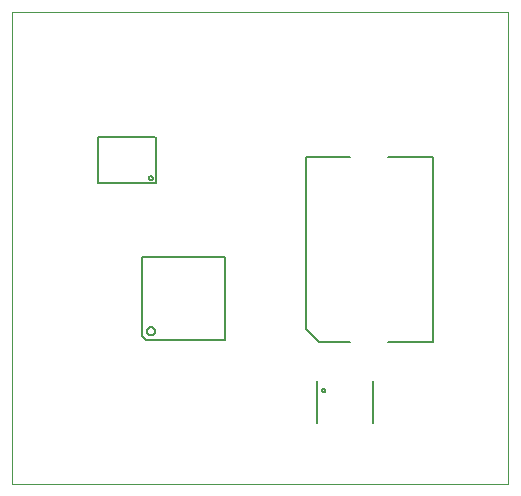
<source format=gbo>
G04 This is an RS-274x file exported by *
G04 gerbv version 2.6.1 *
G04 More information is available about gerbv at *
G04 http://gerbv.geda-project.org/ *
G04 --End of header info--*
%MOIN*%
%FSLAX34Y34*%
%IPPOS*%
G04 --Define apertures--*
%ADD10C,0.0000*%
%ADD11C,0.0080*%
%ADD12C,0.0060*%
%ADD13C,0.0050*%
G04 --Start main section--*
G54D10*
G01X0000159Y0001847D02*
G01X0000159Y0017595D01*
G01X0000159Y0017595D02*
G01X0016694Y0017595D01*
G01X0016694Y0017595D02*
G01X0016694Y0001847D01*
G01X0016694Y0001847D02*
G01X0000159Y0001847D01*
G54D11*
G01X0014183Y0012761D02*
G01X0012687Y0012761D01*
G01X0011427Y0012761D02*
G01X0009931Y0012761D01*
G01X0009931Y0012761D02*
G01X0009931Y0007013D01*
G01X0009931Y0007013D02*
G01X0010364Y0006580D01*
G01X0010364Y0006580D02*
G01X0011427Y0006580D01*
G01X0012687Y0006580D02*
G01X0014183Y0006580D01*
G01X0014183Y0006580D02*
G01X0014183Y0012761D01*
G01X0010479Y0004978D02*
G01X0010481Y0004993D01*
G01X0010481Y0004993D02*
G01X0010487Y0005006D01*
G01X0010487Y0005006D02*
G01X0010496Y0005018D01*
G01X0010496Y0005018D02*
G01X0010507Y0005027D01*
G01X0010507Y0005027D02*
G01X0010521Y0005033D01*
G01X0010521Y0005033D02*
G01X0010536Y0005035D01*
G01X0010536Y0005035D02*
G01X0010551Y0005033D01*
G01X0010551Y0005033D02*
G01X0010564Y0005027D01*
G01X0010564Y0005027D02*
G01X0010576Y0005018D01*
G01X0010576Y0005018D02*
G01X0010585Y0005007D01*
G01X0010585Y0005007D02*
G01X0010591Y0004993D01*
G01X0010591Y0004993D02*
G01X0010593Y0004978D01*
G01X0010593Y0004978D02*
G01X0010591Y0004963D01*
G01X0010591Y0004963D02*
G01X0010585Y0004950D01*
G01X0010585Y0004950D02*
G01X0010576Y0004938D01*
G01X0010576Y0004938D02*
G01X0010565Y0004929D01*
G01X0010565Y0004929D02*
G01X0010551Y0004923D01*
G01X0010551Y0004923D02*
G01X0010536Y0004921D01*
G01X0010536Y0004921D02*
G01X0010521Y0004923D01*
G01X0010521Y0004923D02*
G01X0010508Y0004929D01*
G01X0010508Y0004929D02*
G01X0010496Y0004938D01*
G01X0010496Y0004938D02*
G01X0010487Y0004949D01*
G01X0010487Y0004949D02*
G01X0010481Y0004963D01*
G01X0010481Y0004963D02*
G01X0010479Y0004978D01*
G54D12*
G01X0004624Y0006645D02*
G01X0004484Y0006784D01*
G01X0004484Y0006784D02*
G01X0004484Y0009404D01*
G01X0004484Y0009404D02*
G01X0007244Y0009404D01*
G01X0007244Y0009404D02*
G01X0007244Y0006645D01*
G01X0007244Y0006645D02*
G01X0004624Y0006645D01*
G01X0004643Y0006945D02*
G01X0004645Y0006968D01*
G01X0004645Y0006968D02*
G01X0004651Y0006991D01*
G01X0004651Y0006991D02*
G01X0004660Y0007012D01*
G01X0004660Y0007012D02*
G01X0004673Y0007032D01*
G01X0004673Y0007032D02*
G01X0004689Y0007049D01*
G01X0004689Y0007049D02*
G01X0004707Y0007063D01*
G01X0004707Y0007063D02*
G01X0004727Y0007074D01*
G01X0004727Y0007074D02*
G01X0004749Y0007082D01*
G01X0004749Y0007082D02*
G01X0004772Y0007086D01*
G01X0004772Y0007086D02*
G01X0004796Y0007086D01*
G01X0004796Y0007086D02*
G01X0004819Y0007082D01*
G01X0004819Y0007082D02*
G01X0004841Y0007074D01*
G01X0004841Y0007074D02*
G01X0004861Y0007063D01*
G01X0004861Y0007063D02*
G01X0004879Y0007049D01*
G01X0004879Y0007049D02*
G01X0004895Y0007032D01*
G01X0004895Y0007032D02*
G01X0004908Y0007012D01*
G01X0004908Y0007012D02*
G01X0004917Y0006991D01*
G01X0004917Y0006991D02*
G01X0004923Y0006968D01*
G01X0004923Y0006968D02*
G01X0004925Y0006945D01*
G01X0004925Y0006945D02*
G01X0004923Y0006922D01*
G01X0004923Y0006922D02*
G01X0004917Y0006899D01*
G01X0004917Y0006899D02*
G01X0004908Y0006878D01*
G01X0004908Y0006878D02*
G01X0004895Y0006858D01*
G01X0004895Y0006858D02*
G01X0004879Y0006841D01*
G01X0004879Y0006841D02*
G01X0004861Y0006827D01*
G01X0004861Y0006827D02*
G01X0004841Y0006816D01*
G01X0004841Y0006816D02*
G01X0004819Y0006808D01*
G01X0004819Y0006808D02*
G01X0004796Y0006804D01*
G01X0004796Y0006804D02*
G01X0004772Y0006804D01*
G01X0004772Y0006804D02*
G01X0004749Y0006808D01*
G01X0004749Y0006808D02*
G01X0004727Y0006816D01*
G01X0004727Y0006816D02*
G01X0004707Y0006827D01*
G01X0004707Y0006827D02*
G01X0004689Y0006841D01*
G01X0004689Y0006841D02*
G01X0004673Y0006858D01*
G01X0004673Y0006858D02*
G01X0004660Y0006878D01*
G01X0004660Y0006878D02*
G01X0004651Y0006899D01*
G01X0004651Y0006899D02*
G01X0004645Y0006922D01*
G01X0004645Y0006922D02*
G01X0004643Y0006945D01*
G01X0010316Y0005297D02*
G01X0010316Y0003878D01*
G01X0012176Y0003878D02*
G01X0012176Y0005297D01*
G54D13*
G01X0004943Y0011886D02*
G01X0004943Y0013416D01*
G01X0004928Y0013421D02*
G01X0003028Y0013421D01*
G01X0003013Y0013416D02*
G01X0003013Y0011886D01*
G01X0003028Y0011881D02*
G01X0004928Y0011881D01*
G01X0004707Y0012051D02*
G01X0004709Y0012067D01*
G01X0004709Y0012067D02*
G01X0004715Y0012083D01*
G01X0004715Y0012083D02*
G01X0004724Y0012097D01*
G01X0004724Y0012097D02*
G01X0004736Y0012108D01*
G01X0004736Y0012108D02*
G01X0004750Y0012116D01*
G01X0004750Y0012116D02*
G01X0004766Y0012121D01*
G01X0004766Y0012121D02*
G01X0004782Y0012122D01*
G01X0004782Y0012122D02*
G01X0004798Y0012119D01*
G01X0004798Y0012119D02*
G01X0004813Y0012112D01*
G01X0004813Y0012112D02*
G01X0004827Y0012103D01*
G01X0004827Y0012103D02*
G01X0004837Y0012090D01*
G01X0004837Y0012090D02*
G01X0004845Y0012075D01*
G01X0004845Y0012075D02*
G01X0004849Y0012059D01*
G01X0004849Y0012059D02*
G01X0004849Y0012043D01*
G01X0004849Y0012043D02*
G01X0004845Y0012027D01*
G01X0004845Y0012027D02*
G01X0004837Y0012012D01*
G01X0004837Y0012012D02*
G01X0004827Y0011999D01*
G01X0004827Y0011999D02*
G01X0004814Y0011990D01*
G01X0004814Y0011990D02*
G01X0004798Y0011983D01*
G01X0004798Y0011983D02*
G01X0004782Y0011980D01*
G01X0004782Y0011980D02*
G01X0004766Y0011981D01*
G01X0004766Y0011981D02*
G01X0004750Y0011986D01*
G01X0004750Y0011986D02*
G01X0004736Y0011994D01*
G01X0004736Y0011994D02*
G01X0004724Y0012005D01*
G01X0004724Y0012005D02*
G01X0004715Y0012019D01*
G01X0004715Y0012019D02*
G01X0004709Y0012035D01*
G01X0004709Y0012035D02*
G01X0004707Y0012051D01*
M02*

</source>
